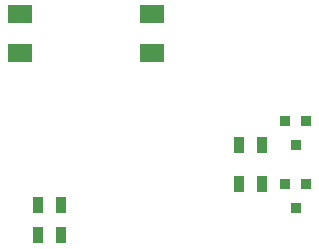
<source format=gbr>
%TF.GenerationSoftware,KiCad,Pcbnew,6.0.11-2627ca5db0~126~ubuntu22.04.1*%
%TF.CreationDate,2023-12-06T09:34:45+01:00*%
%TF.ProjectId,heatervalve-interface,68656174-6572-4766-916c-76652d696e74,A*%
%TF.SameCoordinates,Original*%
%TF.FileFunction,Paste,Top*%
%TF.FilePolarity,Positive*%
%FSLAX46Y46*%
G04 Gerber Fmt 4.6, Leading zero omitted, Abs format (unit mm)*
G04 Created by KiCad (PCBNEW 6.0.11-2627ca5db0~126~ubuntu22.04.1) date 2023-12-06 09:34:45*
%MOMM*%
%LPD*%
G01*
G04 APERTURE LIST*
%ADD10R,0.914400X0.914400*%
%ADD11R,2.032000X1.524000*%
%ADD12R,0.889000X1.397000*%
G04 APERTURE END LIST*
D10*
%TO.C,D2*%
X135509000Y-98044000D03*
X133731000Y-98044000D03*
X134620000Y-100076000D03*
%TD*%
D11*
%TO.C,C2*%
X111252000Y-89027000D03*
X111252000Y-92329000D03*
%TD*%
D12*
%TO.C,R2*%
X131762500Y-100076000D03*
X129857500Y-100076000D03*
%TD*%
D11*
%TO.C,C1*%
X122428000Y-89027000D03*
X122428000Y-92329000D03*
%TD*%
D10*
%TO.C,D1*%
X135509000Y-103378000D03*
X133731000Y-103378000D03*
X134620000Y-105410000D03*
%TD*%
D12*
%TO.C,R1*%
X131762500Y-103378000D03*
X129857500Y-103378000D03*
%TD*%
%TO.C,R4*%
X112839500Y-105156000D03*
X114744500Y-105156000D03*
%TD*%
%TO.C,R3*%
X112839500Y-107696000D03*
X114744500Y-107696000D03*
%TD*%
M02*

</source>
